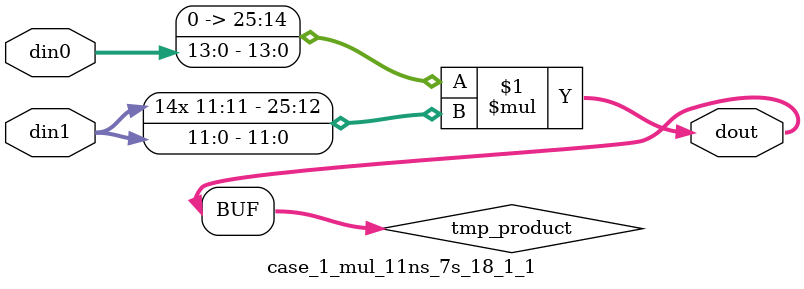
<source format=v>

`timescale 1 ns / 1 ps

 (* use_dsp = "no" *)  module case_1_mul_11ns_7s_18_1_1(din0, din1, dout);
parameter ID = 1;
parameter NUM_STAGE = 0;
parameter din0_WIDTH = 14;
parameter din1_WIDTH = 12;
parameter dout_WIDTH = 26;

input [din0_WIDTH - 1 : 0] din0; 
input [din1_WIDTH - 1 : 0] din1; 
output [dout_WIDTH - 1 : 0] dout;

wire signed [dout_WIDTH - 1 : 0] tmp_product;

























assign tmp_product = $signed({1'b0, din0}) * $signed(din1);










assign dout = tmp_product;





















endmodule

</source>
